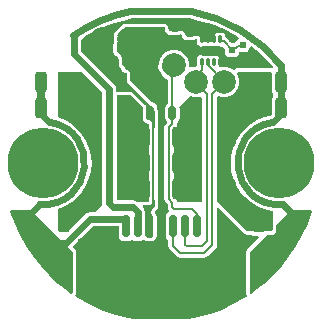
<source format=gtl>
G04*
G04 #@! TF.GenerationSoftware,Altium Limited,Altium Designer,22.3.1 (43)*
G04*
G04 Layer_Physical_Order=1*
G04 Layer_Color=255*
%FSLAX43Y43*%
%MOMM*%
G71*
G04*
G04 #@! TF.SameCoordinates,F389CC65-E95C-4BCE-9A9B-47759D9C4056*
G04*
G04*
G04 #@! TF.FilePolarity,Positive*
G04*
G01*
G75*
%ADD10C,0.200*%
G04:AMPARAMS|DCode=12|XSize=1.01mm|YSize=1.73mm|CornerRadius=0.253mm|HoleSize=0mm|Usage=FLASHONLY|Rotation=180.000|XOffset=0mm|YOffset=0mm|HoleType=Round|Shape=RoundedRectangle|*
%AMROUNDEDRECTD12*
21,1,1.010,1.225,0,0,180.0*
21,1,0.505,1.730,0,0,180.0*
1,1,0.505,-0.253,0.613*
1,1,0.505,0.253,0.613*
1,1,0.505,0.253,-0.613*
1,1,0.505,-0.253,-0.613*
%
%ADD12ROUNDEDRECTD12*%
G04:AMPARAMS|DCode=13|XSize=1.9mm|YSize=0.6mm|CornerRadius=0.156mm|HoleSize=0mm|Usage=FLASHONLY|Rotation=270.000|XOffset=0mm|YOffset=0mm|HoleType=Round|Shape=RoundedRectangle|*
%AMROUNDEDRECTD13*
21,1,1.900,0.288,0,0,270.0*
21,1,1.588,0.600,0,0,270.0*
1,1,0.312,-0.144,-0.794*
1,1,0.312,-0.144,0.794*
1,1,0.312,0.144,0.794*
1,1,0.312,0.144,-0.794*
%
%ADD13ROUNDEDRECTD13*%
G04:AMPARAMS|DCode=14|XSize=2.8mm|YSize=2.1mm|CornerRadius=0.546mm|HoleSize=0mm|Usage=FLASHONLY|Rotation=270.000|XOffset=0mm|YOffset=0mm|HoleType=Round|Shape=RoundedRectangle|*
%AMROUNDEDRECTD14*
21,1,2.800,1.008,0,0,270.0*
21,1,1.708,2.100,0,0,270.0*
1,1,1.092,-0.504,-0.854*
1,1,1.092,-0.504,0.854*
1,1,1.092,0.504,0.854*
1,1,1.092,0.504,-0.854*
%
%ADD14ROUNDEDRECTD14*%
G04:AMPARAMS|DCode=15|XSize=0.68mm|YSize=0.7mm|CornerRadius=0.17mm|HoleSize=0mm|Usage=FLASHONLY|Rotation=0.000|XOffset=0mm|YOffset=0mm|HoleType=Round|Shape=RoundedRectangle|*
%AMROUNDEDRECTD15*
21,1,0.680,0.360,0,0,0.0*
21,1,0.340,0.700,0,0,0.0*
1,1,0.340,0.170,-0.180*
1,1,0.340,-0.170,-0.180*
1,1,0.340,-0.170,0.180*
1,1,0.340,0.170,0.180*
%
%ADD15ROUNDEDRECTD15*%
G04:AMPARAMS|DCode=16|XSize=0.95mm|YSize=1.02mm|CornerRadius=0.242mm|HoleSize=0mm|Usage=FLASHONLY|Rotation=270.000|XOffset=0mm|YOffset=0mm|HoleType=Round|Shape=RoundedRectangle|*
%AMROUNDEDRECTD16*
21,1,0.950,0.535,0,0,270.0*
21,1,0.466,1.020,0,0,270.0*
1,1,0.485,-0.268,-0.233*
1,1,0.485,-0.268,0.233*
1,1,0.485,0.268,0.233*
1,1,0.485,0.268,-0.233*
%
%ADD16ROUNDEDRECTD16*%
G04:AMPARAMS|DCode=17|XSize=0.95mm|YSize=1.02mm|CornerRadius=0.242mm|HoleSize=0mm|Usage=FLASHONLY|Rotation=0.000|XOffset=0mm|YOffset=0mm|HoleType=Round|Shape=RoundedRectangle|*
%AMROUNDEDRECTD17*
21,1,0.950,0.535,0,0,0.0*
21,1,0.466,1.020,0,0,0.0*
1,1,0.485,0.233,-0.268*
1,1,0.485,-0.233,-0.268*
1,1,0.485,-0.233,0.268*
1,1,0.485,0.233,0.268*
%
%ADD17ROUNDEDRECTD17*%
G04:AMPARAMS|DCode=18|XSize=0.57mm|YSize=0.58mm|CornerRadius=0.14mm|HoleSize=0mm|Usage=FLASHONLY|Rotation=90.000|XOffset=0mm|YOffset=0mm|HoleType=Round|Shape=RoundedRectangle|*
%AMROUNDEDRECTD18*
21,1,0.570,0.301,0,0,90.0*
21,1,0.291,0.580,0,0,90.0*
1,1,0.279,0.150,0.145*
1,1,0.279,0.150,-0.145*
1,1,0.279,-0.150,-0.145*
1,1,0.279,-0.150,0.145*
%
%ADD18ROUNDEDRECTD18*%
G04:AMPARAMS|DCode=19|XSize=0.68mm|YSize=0.7mm|CornerRadius=0.17mm|HoleSize=0mm|Usage=FLASHONLY|Rotation=270.000|XOffset=0mm|YOffset=0mm|HoleType=Round|Shape=RoundedRectangle|*
%AMROUNDEDRECTD19*
21,1,0.680,0.360,0,0,270.0*
21,1,0.340,0.700,0,0,270.0*
1,1,0.340,-0.180,-0.170*
1,1,0.340,-0.180,0.170*
1,1,0.340,0.180,0.170*
1,1,0.340,0.180,-0.170*
%
%ADD19ROUNDEDRECTD19*%
G04:AMPARAMS|DCode=20|XSize=0.61mm|YSize=0.28mm|CornerRadius=0.07mm|HoleSize=0mm|Usage=FLASHONLY|Rotation=270.000|XOffset=0mm|YOffset=0mm|HoleType=Round|Shape=RoundedRectangle|*
%AMROUNDEDRECTD20*
21,1,0.610,0.140,0,0,270.0*
21,1,0.470,0.280,0,0,270.0*
1,1,0.140,-0.070,-0.235*
1,1,0.140,-0.070,0.235*
1,1,0.140,0.070,0.235*
1,1,0.140,0.070,-0.235*
%
%ADD20ROUNDEDRECTD20*%
%ADD21R,1.600X0.900*%
G04:AMPARAMS|DCode=22|XSize=1.18mm|YSize=0.62mm|CornerRadius=0.161mm|HoleSize=0mm|Usage=FLASHONLY|Rotation=270.000|XOffset=0mm|YOffset=0mm|HoleType=Round|Shape=RoundedRectangle|*
%AMROUNDEDRECTD22*
21,1,1.180,0.298,0,0,270.0*
21,1,0.858,0.620,0,0,270.0*
1,1,0.322,-0.149,-0.429*
1,1,0.322,-0.149,0.429*
1,1,0.322,0.149,0.429*
1,1,0.322,0.149,-0.429*
%
%ADD22ROUNDEDRECTD22*%
%ADD36C,0.600*%
%ADD37C,2.000*%
%ADD38C,0.250*%
%ADD39C,0.650*%
%ADD40C,0.500*%
%ADD41C,6.000*%
G36*
X3235Y12073D02*
X4275Y11745D01*
X5282Y11328D01*
X6250Y10825D01*
X6544Y10637D01*
X6532Y10494D01*
X6433Y10427D01*
X6336Y10282D01*
X6333Y10269D01*
X6305Y10263D01*
X6173Y10175D01*
X6173Y10175D01*
X6156Y10158D01*
X6150Y10159D01*
X5993D01*
X5563Y10588D01*
X5431Y10677D01*
X5422Y10679D01*
Y10715D01*
X5394Y10859D01*
X5312Y10982D01*
X5189Y11064D01*
X5045Y11092D01*
X4905D01*
X4761Y11064D01*
X4638Y10982D01*
X4556Y10859D01*
X4528Y10715D01*
Y10275D01*
X3334D01*
X3334Y10275D01*
Y10471D01*
X3326Y10507D01*
X3325Y10544D01*
X3315Y10565D01*
X3310Y10588D01*
X3290Y10619D01*
X3274Y10652D01*
X3257Y10668D01*
X3244Y10687D01*
X3213Y10707D01*
X3186Y10733D01*
X3131Y10765D01*
X3093Y10779D01*
X3057Y10798D01*
X2984Y10818D01*
X2972Y10819D01*
X2960Y10824D01*
X2913D01*
X2865Y10828D01*
X2854Y10824D01*
X2841D01*
X2797Y10806D01*
X2752Y10791D01*
X2742Y10783D01*
X2731Y10778D01*
X2668Y10737D01*
X2580Y10754D01*
X2220D01*
X2132Y10737D01*
X2102Y10757D01*
X2065Y10811D01*
X2049Y10895D01*
X2045Y10903D01*
X2045Y10911D01*
X2023Y10958D01*
X2003Y11005D01*
X1997Y11011D01*
X1993Y11019D01*
X1955Y11053D01*
X1919Y11090D01*
X1911Y11093D01*
X1905Y11098D01*
X1783Y11170D01*
X1735Y11187D01*
X1687Y11207D01*
X1679D01*
X1671Y11210D01*
X1619Y11207D01*
X1568D01*
X1560Y11204D01*
X1552Y11203D01*
X1514Y11185D01*
X1363Y11155D01*
X887D01*
X765Y11180D01*
X687Y11232D01*
X635Y11310D01*
X610Y11432D01*
Y11492D01*
X587Y11609D01*
X521Y11708D01*
X421Y11775D01*
X304Y11798D01*
X-3081D01*
X-3081Y11798D01*
X-3198Y11775D01*
X-3297Y11708D01*
X-3297Y11708D01*
X-3480Y11526D01*
X-3498Y11515D01*
X-3740Y11273D01*
X-3751Y11255D01*
X-3945Y11061D01*
X-3967Y11028D01*
X-3993Y10998D01*
X-4000Y10979D01*
X-4011Y10962D01*
X-4019Y10923D01*
X-4032Y10885D01*
X-4030Y10865D01*
X-4034Y10845D01*
X-4026Y10806D01*
X-4024Y10766D01*
X-3996Y10662D01*
X-4000Y10646D01*
Y10304D01*
X-3996Y10288D01*
X-4038Y10132D01*
X-4040Y10092D01*
X-4048Y10053D01*
Y9394D01*
X-4042Y9364D01*
Y9334D01*
X-4031Y9306D01*
X-4025Y9277D01*
X-4008Y9252D01*
X-3996Y9224D01*
X-3975Y9203D01*
X-3958Y9177D01*
X-3933Y9161D01*
X-3912Y9139D01*
X-3884Y9128D01*
X-3859Y9111D01*
X-3830Y9105D01*
X-3802Y9094D01*
X-3785Y9090D01*
X-3707Y9038D01*
X-3655Y8960D01*
X-3630Y8838D01*
Y8391D01*
X-3630Y8391D01*
X-3607Y8274D01*
X-3541Y8175D01*
X-3541Y8175D01*
X-3409Y8043D01*
X-3371Y7987D01*
X-3354Y7900D01*
X-3342Y7872D01*
X-3337Y7842D01*
X-3320Y7817D01*
X-3308Y7789D01*
X-3287Y7768D01*
X-3270Y7743D01*
X-3245Y7726D01*
X-3224Y7705D01*
X-3196Y7693D01*
X-3171Y7677D01*
X-3141Y7671D01*
X-3114Y7659D01*
X-3110D01*
X-2986Y7635D01*
X-2932Y7598D01*
X-2912Y7568D01*
X-2929Y7480D01*
Y7120D01*
X-2906Y7003D01*
X-2907Y6998D01*
X-2908Y6995D01*
X-2908Y6965D01*
X-2914Y6935D01*
X-2908Y6906D01*
X-2908Y6875D01*
X-2897Y6848D01*
X-2891Y6818D01*
X-2874Y6793D01*
X-2862Y6765D01*
X-2841Y6744D01*
X-2824Y6719D01*
X-1028Y4923D01*
X-929Y4856D01*
X-879Y4846D01*
X-861Y4839D01*
X-741Y4815D01*
X-689Y4781D01*
X-655Y4729D01*
X-637Y4639D01*
Y4585D01*
X-631Y4555D01*
Y4525D01*
X-619Y4498D01*
X-614Y4468D01*
X-597Y4443D01*
X-585Y4415D01*
X-566Y4387D01*
X-553Y4320D01*
Y3005D01*
X-680Y2993D01*
X-687Y3028D01*
X-757Y3133D01*
Y3341D01*
X-780Y3458D01*
X-847Y3557D01*
X-946Y3624D01*
X-1063Y3647D01*
X-1069D01*
X-1159Y3665D01*
X-1211Y3699D01*
X-1245Y3751D01*
X-1263Y3841D01*
Y4639D01*
X-1257Y4671D01*
Y4701D01*
X-1251Y4730D01*
X-1257Y4760D01*
Y4790D01*
X-1268Y4818D01*
X-1274Y4847D01*
X-1291Y4872D01*
X-1302Y4900D01*
X-1324Y4922D01*
X-1340Y4947D01*
X-2360Y5966D01*
X-2459Y6033D01*
X-2576Y6056D01*
X-2576Y6056D01*
X-3750D01*
X-3803Y6099D01*
Y6265D01*
X-3850Y6499D01*
X-3982Y6698D01*
X-6813Y9529D01*
Y10466D01*
X-6250Y10825D01*
X-5282Y11328D01*
X-4275Y11745D01*
X-3235Y12073D01*
X-2449Y12248D01*
X2449D01*
X3235Y12073D01*
D02*
G37*
G36*
X304Y11402D02*
X346Y11191D01*
X466Y11011D01*
X646Y10891D01*
X857Y10849D01*
X1393D01*
X1604Y10891D01*
X1628Y10907D01*
X1749Y10835D01*
X1777Y10692D01*
X1881Y10536D01*
X2037Y10432D01*
X2220Y10396D01*
X2580D01*
X2763Y10432D01*
X2901Y10524D01*
X2973Y10503D01*
X3028Y10471D01*
Y10245D01*
X3056Y10101D01*
X3138Y9978D01*
X3261Y9896D01*
X3405Y9868D01*
X3545D01*
X3689Y9896D01*
X3725Y9920D01*
X3761Y9896D01*
X3905Y9868D01*
X4045D01*
X4189Y9896D01*
X4225Y9920D01*
X4261Y9896D01*
X4405Y9868D01*
X4545D01*
X4689Y9896D01*
X4725Y9920D01*
X4761Y9896D01*
X4905Y9868D01*
X5045D01*
X5116Y9882D01*
X5401Y9597D01*
Y9420D01*
X5436Y9248D01*
X5533Y9103D01*
X5678Y9006D01*
X5850Y8971D01*
X6150D01*
X6322Y9006D01*
X6467Y9103D01*
X6564Y9248D01*
X6595Y9402D01*
X6750Y9371D01*
X7050D01*
X7222Y9406D01*
X7367Y9503D01*
X7464Y9648D01*
X7499Y9820D01*
Y9842D01*
X7613Y9899D01*
X8034Y9575D01*
X8838Y8838D01*
X9492Y8125D01*
X9489Y8120D01*
X9399Y8033D01*
X9372Y8038D01*
X9346Y8049D01*
X9314Y8050D01*
X9282Y8056D01*
X6500D01*
X6500Y8056D01*
X6383Y8033D01*
X6284Y7966D01*
X6284Y7966D01*
X6178Y7861D01*
X6123Y7915D01*
X5827Y8086D01*
X5496Y8175D01*
X5154D01*
X4996Y8133D01*
X4903Y8239D01*
X4922Y8335D01*
Y8805D01*
X4894Y8949D01*
X4812Y9072D01*
X4689Y9154D01*
X4545Y9182D01*
X4405D01*
X4261Y9154D01*
X4225Y9130D01*
X4189Y9154D01*
X4045Y9182D01*
X3905D01*
X3761Y9154D01*
X3725Y9130D01*
X3689Y9154D01*
X3545Y9182D01*
X3405D01*
X3261Y9154D01*
X3138Y9072D01*
X3056Y8949D01*
X3028Y8805D01*
Y8335D01*
X3034Y8302D01*
X2930Y8175D01*
X2779D01*
X2501Y8100D01*
X2391Y8168D01*
X2375Y8191D01*
Y8446D01*
X2286Y8777D01*
X2115Y9073D01*
X1873Y9315D01*
X1577Y9486D01*
X1246Y9575D01*
X904D01*
X573Y9486D01*
X277Y9315D01*
X35Y9073D01*
X-136Y8777D01*
X-225Y8446D01*
Y8364D01*
X-233Y8325D01*
Y8037D01*
X-233Y8037D01*
X-202Y7880D01*
X-141Y7789D01*
X-136Y7773D01*
X35Y7477D01*
X277Y7235D01*
X542Y7082D01*
Y5050D01*
X469Y5001D01*
X367Y4849D01*
X331Y4669D01*
Y3811D01*
X367Y3631D01*
X469Y3479D01*
X473Y3436D01*
X367Y3330D01*
X278Y3197D01*
X247Y3041D01*
X247Y3041D01*
Y-3041D01*
X247Y-3041D01*
X278Y-3197D01*
X367Y-3330D01*
X542Y-3505D01*
Y-3750D01*
X542Y-3750D01*
X573Y-3906D01*
X642Y-4009D01*
X645Y-4017D01*
X635Y-4111D01*
X613Y-4170D01*
X527Y-4227D01*
X426Y-4378D01*
X391Y-4556D01*
Y-6144D01*
X426Y-6322D01*
X527Y-6473D01*
X592Y-6516D01*
Y-7050D01*
X592Y-7050D01*
X623Y-7206D01*
X712Y-7338D01*
X1262Y-7888D01*
X1262Y-7888D01*
X1394Y-7977D01*
X1550Y-8008D01*
X1550Y-8008D01*
X3650D01*
X3650Y-8008D01*
X3806Y-7977D01*
X3938Y-7888D01*
X4613Y-7213D01*
X4613Y-7213D01*
X4702Y-7081D01*
X4733Y-6925D01*
Y-3831D01*
X4850Y-3783D01*
X7034Y-5966D01*
X7133Y-6033D01*
X7250Y-6056D01*
X7250Y-6056D01*
X7657D01*
X7772Y-6133D01*
X7988Y-6176D01*
X8226D01*
X8274Y-6293D01*
X7291Y-7276D01*
X7225Y-7376D01*
X7201Y-7493D01*
X7201Y-7493D01*
Y-8534D01*
X7197Y-8570D01*
X7198Y-8590D01*
X7194Y-8609D01*
Y-10985D01*
X7203Y-11029D01*
X7207Y-11074D01*
X7214Y-11087D01*
X7217Y-11102D01*
X7242Y-11139D01*
X7264Y-11179D01*
X7239Y-11272D01*
X7217Y-11309D01*
X7013Y-11445D01*
X6094Y-11960D01*
X5137Y-12401D01*
X4148Y-12766D01*
X3133Y-13052D01*
X2330Y-13212D01*
X2330Y-13212D01*
X2330Y-13212D01*
X2203Y-13213D01*
X-2328D01*
X-2330Y-13212D01*
Y-13212D01*
X-2330Y-13212D01*
X-3133Y-13052D01*
X-4148Y-12766D01*
X-5137Y-12401D01*
X-6094Y-11960D01*
X-7013Y-11445D01*
X-7217Y-11309D01*
X-7239Y-11272D01*
X-7264Y-11179D01*
X-7242Y-11139D01*
X-7217Y-11102D01*
X-7214Y-11087D01*
X-7207Y-11074D01*
X-7203Y-11029D01*
X-7194Y-10985D01*
Y-8609D01*
X-7198Y-8590D01*
X-7197Y-8570D01*
X-7201Y-8534D01*
Y-7493D01*
X-7201Y-7493D01*
X-7225Y-7376D01*
X-7291Y-7276D01*
X-7507Y-7061D01*
X-5807Y-5362D01*
X-3612D01*
Y-5550D01*
X-3609Y-5564D01*
Y-6144D01*
X-3574Y-6322D01*
X-3473Y-6473D01*
X-3322Y-6574D01*
X-3144Y-6609D01*
X-2856D01*
X-2678Y-6574D01*
X-2527Y-6473D01*
X-2473D01*
X-2322Y-6574D01*
X-2144Y-6609D01*
X-1856D01*
X-1678Y-6574D01*
X-1595Y-6518D01*
X-1473Y-6473D01*
X-1322Y-6574D01*
X-1144Y-6609D01*
X-856D01*
X-678Y-6574D01*
X-527Y-6473D01*
X-426Y-6322D01*
X-391Y-6144D01*
Y-4556D01*
X-426Y-4378D01*
X-527Y-4227D01*
X-533Y-4076D01*
X-380Y-3923D01*
X-292Y-3791D01*
X-261Y-3635D01*
X-261Y-3635D01*
Y-3111D01*
X-247Y-3041D01*
X-247Y-3041D01*
Y4350D01*
X-247Y4350D01*
X-278Y4506D01*
X-331Y4585D01*
Y4669D01*
X-367Y4849D01*
X-469Y5001D01*
X-621Y5103D01*
X-801Y5139D01*
X-812D01*
X-2608Y6935D01*
X-2607Y6937D01*
X-2571Y7120D01*
Y7480D01*
X-2607Y7663D01*
X-2711Y7819D01*
X-2867Y7923D01*
X-3050Y7959D01*
X-3054D01*
X-3083Y8106D01*
X-3172Y8238D01*
X-3172Y8238D01*
X-3324Y8391D01*
Y8868D01*
X-3366Y9079D01*
X-3486Y9259D01*
X-3666Y9379D01*
X-3742Y9394D01*
Y10053D01*
X-3675Y10304D01*
Y10646D01*
X-3728Y10845D01*
X-3081Y11492D01*
X304D01*
Y11402D01*
D02*
G37*
G36*
X9303Y7736D02*
X9376Y7623D01*
X9344Y7463D01*
Y6238D01*
X9387Y6022D01*
X9425Y5965D01*
Y5535D01*
X9387Y5478D01*
X9344Y5262D01*
Y4188D01*
X9174Y4018D01*
X8729Y3911D01*
X8133Y3664D01*
X7583Y3327D01*
X7092Y2908D01*
X6673Y2417D01*
X6336Y1867D01*
X6089Y1271D01*
X5938Y643D01*
X5887Y0D01*
X5938Y-643D01*
X6089Y-1271D01*
X6336Y-1867D01*
X6673Y-2417D01*
X7092Y-2908D01*
X7583Y-3327D01*
X8133Y-3664D01*
X8729Y-3911D01*
X9357Y-4062D01*
X9425Y-4067D01*
Y-5269D01*
X9425Y-5269D01*
X9425Y-5269D01*
Y-5635D01*
X9310Y-5750D01*
X7250Y-5750D01*
X4750Y-3250D01*
X4750Y5572D01*
X4877Y5649D01*
X5154Y5575D01*
X5496D01*
X5827Y5664D01*
X6123Y5835D01*
X6365Y6077D01*
X6536Y6373D01*
X6625Y6704D01*
Y7046D01*
X6536Y7377D01*
X6386Y7636D01*
X6500Y7750D01*
X9282D01*
X9303Y7736D01*
D02*
G37*
G36*
X2448Y5664D02*
X2779Y5575D01*
X3121D01*
X3341Y5634D01*
X3442Y5557D01*
Y-3250D01*
X1341D01*
X1327Y-3180D01*
X1238Y-3048D01*
X1238Y-3048D01*
X1063Y-2872D01*
Y2872D01*
X1238Y3048D01*
X1238Y3048D01*
X1327Y3180D01*
X1358Y3336D01*
X1358Y3336D01*
Y3430D01*
X1431Y3479D01*
X1533Y3631D01*
X1569Y3811D01*
Y4669D01*
X1544Y4794D01*
X2426Y5676D01*
X2448Y5664D01*
D02*
G37*
G36*
X-1557Y4730D02*
X-1569Y4669D01*
Y3811D01*
X-1533Y3631D01*
X-1431Y3479D01*
X-1279Y3377D01*
X-1099Y3341D01*
X-1063D01*
Y-2986D01*
X-1077Y-3055D01*
X-1077Y-3055D01*
Y-3250D01*
X-2020D01*
X-2117Y-3185D01*
X-2351Y-3138D01*
X-3750D01*
Y5750D01*
X-2576D01*
X-1557Y4730D01*
D02*
G37*
G36*
X-5027Y6012D02*
Y-3399D01*
X-5005Y-3505D01*
X-5638Y-4138D01*
X-6061D01*
X-6295Y-4185D01*
X-6493Y-4317D01*
X-7926Y-5750D01*
X-8750Y-5750D01*
Y-3916D01*
X-8729Y-3911D01*
X-8133Y-3664D01*
X-7583Y-3327D01*
X-7092Y-2908D01*
X-6673Y-2417D01*
X-6336Y-1867D01*
X-6089Y-1271D01*
X-5938Y-643D01*
X-5887Y0D01*
X-5938Y643D01*
X-6089Y1271D01*
X-6336Y1867D01*
X-6673Y2417D01*
X-7092Y2908D01*
X-7583Y3327D01*
X-8133Y3664D01*
X-8729Y3911D01*
X-8750Y3916D01*
Y7750D01*
X-6765D01*
X-5027Y6012D01*
D02*
G37*
G36*
X12779Y-4101D02*
X12766Y-4148D01*
X12401Y-5137D01*
X11960Y-6094D01*
X11445Y-7013D01*
X10859Y-7890D01*
X10207Y-8717D01*
X9491Y-9491D01*
X8717Y-10207D01*
X7890Y-10859D01*
X7612Y-11045D01*
X7500Y-10985D01*
Y-8609D01*
X7507Y-8554D01*
Y-7493D01*
X8944Y-6056D01*
X9425D01*
X9542Y-6033D01*
X9641Y-5966D01*
X9708Y-5867D01*
X9731Y-5750D01*
Y-5269D01*
X11000Y-4000D01*
X12702D01*
X12779Y-4101D01*
D02*
G37*
G36*
X-567Y-3111D02*
Y-3605D01*
X-580Y-3672D01*
X-618Y-3728D01*
X-749Y-3860D01*
X-752Y-3865D01*
X-757Y-3868D01*
X-785Y-3914D01*
X-816Y-3959D01*
X-817Y-3965D01*
X-820Y-3970D01*
X-828Y-4023D01*
X-839Y-4076D01*
X-838Y-4082D01*
X-839Y-4087D01*
X-833Y-4239D01*
X-827Y-4262D01*
Y-4287D01*
X-814Y-4320D01*
X-805Y-4355D01*
X-791Y-4375D01*
X-782Y-4397D01*
X-715Y-4497D01*
X-697Y-4586D01*
Y-6114D01*
X-715Y-6203D01*
X-748Y-6252D01*
X-797Y-6285D01*
X-886Y-6303D01*
X-1114D01*
X-1203Y-6285D01*
X-1303Y-6218D01*
X-1325Y-6209D01*
X-1345Y-6195D01*
X-1380Y-6186D01*
X-1398Y-6179D01*
X-1391Y-6144D01*
Y-5564D01*
X-1388Y-5550D01*
Y-4101D01*
X-1435Y-3867D01*
X-1558Y-3683D01*
X-1533Y-3586D01*
X-1521Y-3556D01*
X-1077D01*
X-960Y-3533D01*
X-860Y-3466D01*
X-794Y-3367D01*
X-771Y-3250D01*
Y-3153D01*
X-732Y-3095D01*
X-580Y-3091D01*
X-567Y-3111D01*
D02*
G37*
G36*
X-7507Y-7493D02*
Y-8554D01*
X-7500Y-8609D01*
Y-10985D01*
X-7612Y-11045D01*
X-7890Y-10859D01*
X-8717Y-10207D01*
X-9491Y-9491D01*
X-10207Y-8717D01*
X-10859Y-7890D01*
X-11445Y-7013D01*
X-11960Y-6094D01*
X-12401Y-5137D01*
X-12766Y-4148D01*
X-12779Y-4101D01*
X-12702Y-4000D01*
X-11000D01*
X-7507Y-7493D01*
D02*
G37*
D10*
X860Y11900D02*
X1125Y11635D01*
X-4150Y11000D02*
X-3250Y11900D01*
X860D01*
X-4150Y10475D02*
Y11000D01*
X1125Y11725D02*
X1775D01*
X-4150Y8600D02*
Y10475D01*
X175Y8037D02*
X950Y7262D01*
X175Y8037D02*
Y8325D01*
X950Y4240D02*
Y7262D01*
X4015Y8185D02*
Y8530D01*
Y8185D02*
X5325Y6875D01*
X3975Y8570D02*
X4015Y8530D01*
X2890Y6850D02*
X3850Y5890D01*
X3475Y7887D02*
Y8570D01*
X2950Y7362D02*
X3475Y7887D01*
X2950Y6875D02*
Y7362D01*
X4325Y5875D02*
X5325Y6875D01*
X4475Y10500D02*
Y11105D01*
X3975Y10485D02*
Y11090D01*
X3475Y11085D02*
X5398D01*
X2490D02*
X3475D01*
Y10480D02*
Y11085D01*
X2450Y11125D02*
X2490Y11085D01*
X-887Y4582D02*
X-655Y4350D01*
Y-3041D02*
Y4350D01*
X-3250Y7000D02*
Y7350D01*
X1775Y11725D02*
X2425Y11075D01*
X5050Y10300D02*
X5275D01*
X-4110Y8600D02*
X-3460Y7950D01*
Y7485D02*
Y7950D01*
X-1000Y-5350D02*
Y-3966D01*
Y-5550D02*
Y-5350D01*
X-3250Y7000D02*
X-887Y4638D01*
Y4582D02*
Y4638D01*
X655Y-3041D02*
Y3041D01*
Y-3041D02*
X950Y-3336D01*
Y3336D02*
Y4237D01*
Y-3750D02*
X1100Y-3900D01*
X655Y3041D02*
X950Y3336D01*
Y-3750D02*
Y-3336D01*
X1100Y-3900D02*
X2600D01*
X5398Y11085D02*
X5988Y10495D01*
X6000D01*
X6821Y9886D02*
X6900Y9965D01*
X6461Y9886D02*
X6821D01*
X6300Y9725D02*
X6461Y9886D01*
X6000Y9565D02*
X6160Y9725D01*
X6300D01*
X1000Y-7050D02*
X1550Y-7600D01*
X3650D02*
X4325Y-6925D01*
X1550Y-7600D02*
X3650D01*
X3425Y-7050D02*
X3850Y-6625D01*
X2150Y-7050D02*
X3425D01*
X2000Y-6900D02*
X2150Y-7050D01*
X3850Y-6625D02*
Y5890D01*
X4325Y-6925D02*
Y5875D01*
X1000Y-7050D02*
Y-5550D01*
X2000Y-6900D02*
Y-5550D01*
X6000Y9565D02*
Y9575D01*
X5275Y10300D02*
X6000Y9575D01*
X3000Y-5550D02*
Y-4300D01*
X2600Y-3900D02*
X3000Y-4300D01*
X-669Y-3055D02*
X-655Y-3041D01*
X-669Y-3635D02*
Y-3055D01*
X-1000Y-3966D02*
X-669Y-3635D01*
D12*
X-11160Y-5000D02*
D03*
X-8240D02*
D03*
X-10160Y6850D02*
D03*
X-7240D02*
D03*
X-10160Y4650D02*
D03*
X-7240D02*
D03*
X-5810Y2300D02*
D03*
X-2890D02*
D03*
X-5810Y4600D02*
D03*
X-2890D02*
D03*
X-5810Y-2300D02*
D03*
X-2890D02*
D03*
X-1460Y2200D02*
D03*
X1460D02*
D03*
X-1460Y0D02*
D03*
X1460D02*
D03*
X-1460Y-2200D02*
D03*
X1460D02*
D03*
X7240Y4650D02*
D03*
X10160D02*
D03*
X2890Y-2300D02*
D03*
X5810D02*
D03*
X2890Y4600D02*
D03*
X5810D02*
D03*
X2890Y2300D02*
D03*
X5810D02*
D03*
X8240Y-5000D02*
D03*
X11160D02*
D03*
X7240Y6850D02*
D03*
X10160D02*
D03*
D13*
X-3000Y-5350D02*
D03*
X-2000D02*
D03*
X-1000Y-5350D02*
D03*
X0D02*
D03*
X1000D02*
D03*
X2000D02*
D03*
X3000Y-5350D02*
D03*
D14*
X-6150Y-7700D02*
D03*
X6150Y-7700D02*
D03*
D15*
X-2280Y7300D02*
D03*
X-3220D02*
D03*
D16*
X1125Y10165D02*
D03*
Y11635D02*
D03*
D17*
X-2640Y8600D02*
D03*
X-4110D02*
D03*
D18*
X6000Y10495D02*
D03*
Y9565D02*
D03*
X6900Y9965D02*
D03*
Y9035D02*
D03*
D19*
X2400Y10105D02*
D03*
Y11045D02*
D03*
D20*
X3475Y8570D02*
D03*
X3975D02*
D03*
X4475D02*
D03*
X4975D02*
D03*
Y10480D02*
D03*
X4475D02*
D03*
X3975D02*
D03*
X3475D02*
D03*
D21*
X4225Y9525D02*
D03*
D22*
X-950Y4240D02*
D03*
X950D02*
D03*
X0Y6310D02*
D03*
D36*
X9483Y3462D02*
G03*
X10269Y-3490I517J-3462D01*
G01*
X10160Y8269D02*
G03*
X2500Y12859I-10160J-8269D01*
G01*
X-2500D02*
G03*
X-7425Y10793I2500J-12859D01*
G01*
X-10269Y-3490D02*
G03*
X-9483Y3462I269J3490D01*
G01*
X11160Y-6798D02*
Y-5000D01*
X9314Y-7386D02*
X10573D01*
X9200Y-7500D02*
X9314Y-7386D01*
X10573D02*
X11160Y-6798D01*
X10997Y-5187D02*
Y-4218D01*
X-4415Y-3399D02*
Y6265D01*
X-2351Y-3750D02*
X-2000Y-4101D01*
X-4063Y-3750D02*
X-2351D01*
X-4415Y-3399D02*
X-4063Y-3750D01*
X-2000Y-5550D02*
Y-4101D01*
X-6061Y-4750D02*
X-3250D01*
X-9750Y-6750D02*
X-8061D01*
X-6061Y-4750D01*
X-3100Y-4900D02*
X-3000D01*
X-10997Y-5187D02*
Y-4218D01*
X-11160Y-5350D02*
X-10997Y-5187D01*
X-11250Y-5270D02*
X-10955Y-5565D01*
X-10935D01*
X-9750Y-6750D01*
X-11250Y-5270D02*
Y-5250D01*
X-3000Y-5550D02*
Y-4900D01*
X-3250Y-4750D02*
X-3100Y-4900D01*
X-10160Y4139D02*
X-9483Y3462D01*
X-10160Y4139D02*
Y4500D01*
X10160Y4139D02*
Y6850D01*
X9483Y3462D02*
X10160Y4139D01*
X10269Y-3490D02*
X10997Y-4218D01*
X10160Y6850D02*
Y8269D01*
X-2500Y12859D02*
X2500D01*
X-7425Y9275D02*
Y10793D01*
Y9275D02*
X-4415Y6265D01*
X-10997Y-4218D02*
X-10269Y-3490D01*
D37*
X-9200Y-7500D02*
D03*
X9200D02*
D03*
X-4975Y10475D02*
D03*
X5325Y6875D02*
D03*
X2950D02*
D03*
X1075Y8275D02*
D03*
X-2700Y10475D02*
D03*
D38*
X-1350Y7660D02*
Y9325D01*
X-500Y10175D01*
X-1350Y7660D02*
X0Y6310D01*
Y-6775D02*
Y-5350D01*
X-500Y10175D02*
X1125D01*
X-6150Y-7900D02*
X-5375Y-7125D01*
X0Y-5350D02*
Y6310D01*
X1325Y-8100D02*
X5950D01*
X6150Y-7900D01*
X0Y-6775D02*
X1325Y-8100D01*
X-5375Y-7125D02*
X-350D01*
X0Y-6775D01*
D39*
X-10160Y4650D02*
Y6850D01*
Y4590D02*
Y4650D01*
X-10250Y4500D02*
X-10160Y4590D01*
D40*
X-7425Y10793D02*
Y10850D01*
D41*
X-10000Y0D02*
D03*
X10000D02*
D03*
M02*

</source>
